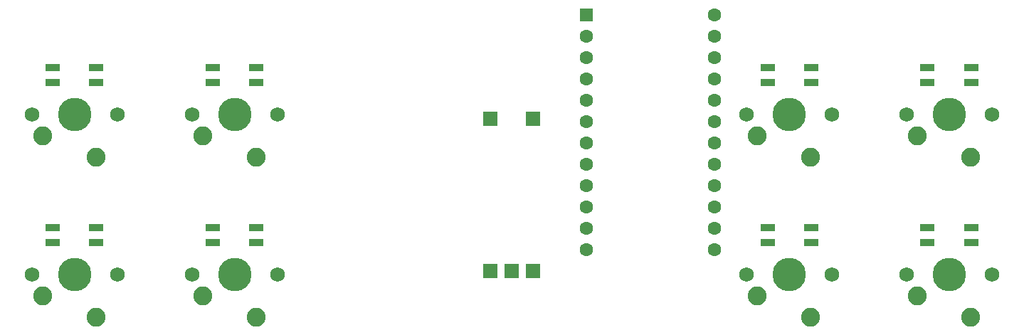
<source format=gbr>
%TF.GenerationSoftware,KiCad,Pcbnew,(6.0.1)*%
%TF.CreationDate,2022-04-18T11:29:40-05:00*%
%TF.ProjectId,Pikatea R26 Kit LED Macropad,50696b61-7465-4612-9052-3236204b6974,rev?*%
%TF.SameCoordinates,Original*%
%TF.FileFunction,Soldermask,Top*%
%TF.FilePolarity,Negative*%
%FSLAX46Y46*%
G04 Gerber Fmt 4.6, Leading zero omitted, Abs format (unit mm)*
G04 Created by KiCad (PCBNEW (6.0.1)) date 2022-04-18 11:29:40*
%MOMM*%
%LPD*%
G01*
G04 APERTURE LIST*
%ADD10C,1.750000*%
%ADD11C,3.987800*%
%ADD12C,2.250000*%
%ADD13R,1.800000X0.820000*%
%ADD14C,1.600000*%
%ADD15R,1.600000X1.600000*%
%ADD16R,1.700000X1.700000*%
G04 APERTURE END LIST*
D10*
%TO.C,MX8*%
X89971479Y-88323660D03*
D11*
X95051479Y-88323660D03*
D10*
X100131479Y-88323660D03*
D12*
X91241479Y-90863660D03*
X97591479Y-93403660D03*
%TD*%
D10*
%TO.C,MX7*%
X109021480Y-88323660D03*
D11*
X114101480Y-88323660D03*
D10*
X119181480Y-88323660D03*
D12*
X110291480Y-90863660D03*
X116641480Y-93403660D03*
%TD*%
D10*
%TO.C,MX6*%
X175021480Y-88323660D03*
D11*
X180101480Y-88323660D03*
D10*
X185181480Y-88323660D03*
D12*
X176291480Y-90863660D03*
X182641480Y-93403660D03*
%TD*%
D10*
%TO.C,MX5*%
X194071480Y-88323660D03*
D11*
X199151480Y-88323660D03*
D10*
X204231480Y-88323660D03*
D12*
X195341480Y-90863660D03*
X201691480Y-93403660D03*
%TD*%
D10*
%TO.C,MX4*%
X89971479Y-107373660D03*
D11*
X95051479Y-107373660D03*
D10*
X100131479Y-107373660D03*
D12*
X91241479Y-109913660D03*
X97591479Y-112453660D03*
%TD*%
D10*
%TO.C,MX3*%
X109021480Y-107373659D03*
D11*
X114101480Y-107373659D03*
D10*
X119181480Y-107373659D03*
D12*
X110291480Y-109913659D03*
X116641480Y-112453659D03*
%TD*%
D10*
%TO.C,MX2*%
X175021480Y-107373659D03*
D11*
X180101480Y-107373659D03*
D10*
X185181480Y-107373659D03*
D12*
X176291480Y-109913659D03*
X182641480Y-112453659D03*
%TD*%
D10*
%TO.C,MX1*%
X194071480Y-107373659D03*
D11*
X199151480Y-107373659D03*
D10*
X204231480Y-107373659D03*
D12*
X195341480Y-109913659D03*
X201691480Y-112453659D03*
%TD*%
D13*
%TO.C,D8*%
X116700000Y-84500000D03*
X111500000Y-82700000D03*
X111500000Y-84500000D03*
X116700000Y-82700000D03*
%TD*%
%TO.C,D7*%
X97650000Y-84500000D03*
X92450000Y-82700000D03*
X92450000Y-84500000D03*
X97650000Y-82700000D03*
%TD*%
%TO.C,D6*%
X97650000Y-103550000D03*
X92450000Y-101750000D03*
X92450000Y-103550000D03*
X97650000Y-101750000D03*
%TD*%
%TO.C,D5*%
X116710000Y-103530000D03*
X111510000Y-101730000D03*
X111510000Y-103530000D03*
X116710000Y-101730000D03*
%TD*%
%TO.C,D4*%
X182710000Y-103550000D03*
X177510000Y-101750000D03*
X177510000Y-103550000D03*
X182710000Y-101750000D03*
%TD*%
%TO.C,D3*%
X201740000Y-103540000D03*
X196540000Y-101740000D03*
X196540000Y-103540000D03*
X201740000Y-101740000D03*
%TD*%
%TO.C,D2*%
X201750000Y-84500000D03*
X196550000Y-82700000D03*
X196550000Y-84500000D03*
X201750000Y-82700000D03*
%TD*%
%TO.C,D1*%
X182710000Y-84500000D03*
X177510000Y-82700000D03*
X177510000Y-84500000D03*
X182710000Y-82700000D03*
%TD*%
D14*
%TO.C,U1*%
X171221400Y-76415900D03*
X171221400Y-78955900D03*
X171221400Y-81495900D03*
X171221400Y-84035900D03*
X171221400Y-86575900D03*
X171221400Y-89115900D03*
X171221400Y-91655900D03*
X171221400Y-94195900D03*
X171221400Y-96735900D03*
X171221400Y-99275900D03*
X171221400Y-101815900D03*
X171221400Y-104355900D03*
X155981400Y-104355900D03*
X155981400Y-101815900D03*
X155981400Y-99275900D03*
X155981400Y-96735900D03*
X155981400Y-94195900D03*
X155981400Y-91655900D03*
X155981400Y-89115900D03*
X155981400Y-86575900D03*
X155981400Y-84035900D03*
X155981400Y-81495900D03*
X155981400Y-78955900D03*
D15*
X155981400Y-76415900D03*
%TD*%
D16*
%TO.C,SW3*%
X144531080Y-88798659D03*
X149611080Y-88798659D03*
X147071080Y-106898659D03*
X144531080Y-106898659D03*
X149611080Y-106898659D03*
%TD*%
M02*

</source>
